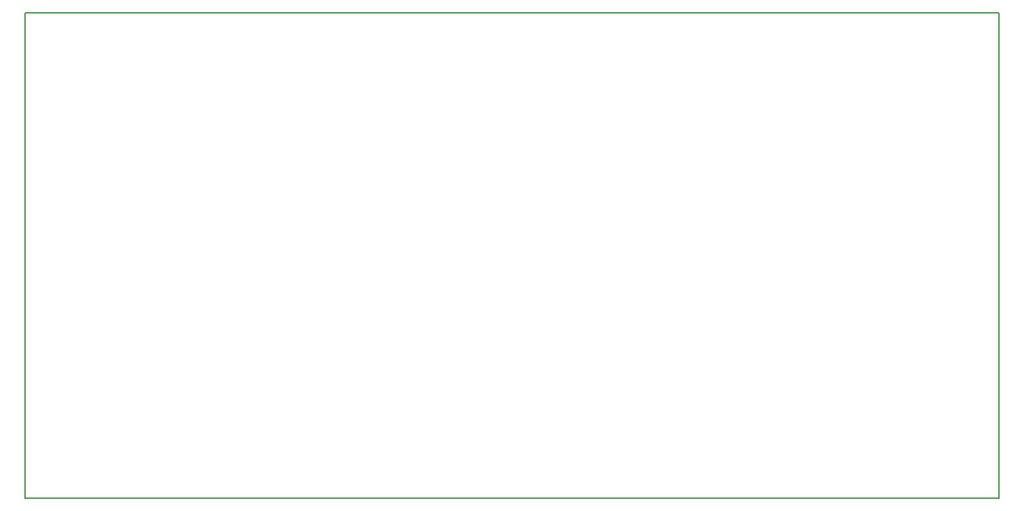
<source format=gm1>
G04 MADE WITH FRITZING*
G04 WWW.FRITZING.ORG*
G04 DOUBLE SIDED*
G04 HOLES PLATED*
G04 CONTOUR ON CENTER OF CONTOUR VECTOR*
%ASAXBY*%
%FSLAX23Y23*%
%MOIN*%
%OFA0B0*%
%SFA1.0B1.0*%
%ADD10R,4.803160X2.401570*%
%ADD11C,0.008000*%
%ADD10C,0.008*%
%LNCONTOUR*%
G90*
G70*
G54D10*
G54D11*
X4Y2398D02*
X4799Y2398D01*
X4799Y4D01*
X4Y4D01*
X4Y2398D01*
D02*
G04 End of contour*
M02*
</source>
